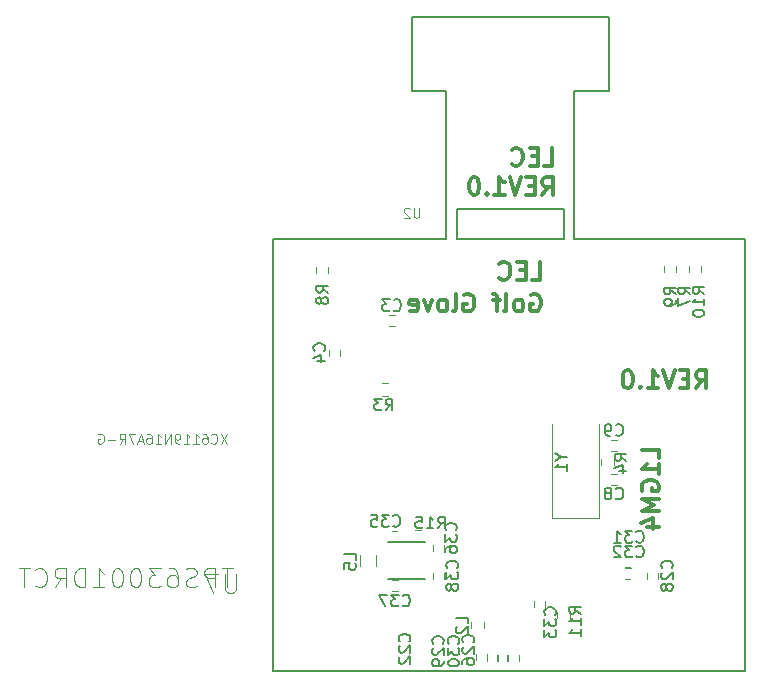
<source format=gbr>
%TF.GenerationSoftware,KiCad,Pcbnew,4.0.7*%
%TF.CreationDate,2019-02-19T19:06:54-06:00*%
%TF.ProjectId,GolfGloveMainBoardV1.0.0,476F6C66476C6F76654D61696E426F61,rev?*%
%TF.FileFunction,Legend,Bot*%
%FSLAX46Y46*%
G04 Gerber Fmt 4.6, Leading zero omitted, Abs format (unit mm)*
G04 Created by KiCad (PCBNEW 4.0.7) date 02/19/19 19:06:54*
%MOMM*%
%LPD*%
G01*
G04 APERTURE LIST*
%ADD10C,0.100000*%
%ADD11C,0.300000*%
%ADD12C,0.150000*%
%ADD13C,0.120000*%
%ADD14C,0.152400*%
%ADD15C,0.050000*%
G04 APERTURE END LIST*
D10*
D11*
X135278571Y-144228572D02*
X135278571Y-143514286D01*
X133778571Y-143514286D01*
X135278571Y-145514286D02*
X135278571Y-144657143D01*
X135278571Y-145085715D02*
X133778571Y-145085715D01*
X133992857Y-144942858D01*
X134135714Y-144800000D01*
X134207143Y-144657143D01*
X133850000Y-146942857D02*
X133778571Y-146800000D01*
X133778571Y-146585714D01*
X133850000Y-146371429D01*
X133992857Y-146228571D01*
X134135714Y-146157143D01*
X134421429Y-146085714D01*
X134635714Y-146085714D01*
X134921429Y-146157143D01*
X135064286Y-146228571D01*
X135207143Y-146371429D01*
X135278571Y-146585714D01*
X135278571Y-146728571D01*
X135207143Y-146942857D01*
X135135714Y-147014286D01*
X134635714Y-147014286D01*
X134635714Y-146728571D01*
X135278571Y-147657143D02*
X133778571Y-147657143D01*
X134850000Y-148157143D01*
X133778571Y-148657143D01*
X135278571Y-148657143D01*
X134278571Y-150014286D02*
X135278571Y-150014286D01*
X133707143Y-149657143D02*
X134778571Y-149300000D01*
X134778571Y-150228572D01*
X125392856Y-121928571D02*
X125892856Y-121214286D01*
X126249999Y-121928571D02*
X126249999Y-120428571D01*
X125678571Y-120428571D01*
X125535713Y-120500000D01*
X125464285Y-120571429D01*
X125392856Y-120714286D01*
X125392856Y-120928571D01*
X125464285Y-121071429D01*
X125535713Y-121142857D01*
X125678571Y-121214286D01*
X126249999Y-121214286D01*
X124749999Y-121142857D02*
X124249999Y-121142857D01*
X124035713Y-121928571D02*
X124749999Y-121928571D01*
X124749999Y-120428571D01*
X124035713Y-120428571D01*
X123607142Y-120428571D02*
X123107142Y-121928571D01*
X122607142Y-120428571D01*
X121321428Y-121928571D02*
X122178571Y-121928571D01*
X121749999Y-121928571D02*
X121749999Y-120428571D01*
X121892856Y-120642857D01*
X122035714Y-120785714D01*
X122178571Y-120857143D01*
X120678571Y-121785714D02*
X120607143Y-121857143D01*
X120678571Y-121928571D01*
X120750000Y-121857143D01*
X120678571Y-121785714D01*
X120678571Y-121928571D01*
X119678571Y-120428571D02*
X119535714Y-120428571D01*
X119392857Y-120500000D01*
X119321428Y-120571429D01*
X119249999Y-120714286D01*
X119178571Y-121000000D01*
X119178571Y-121357143D01*
X119249999Y-121642857D01*
X119321428Y-121785714D01*
X119392857Y-121857143D01*
X119535714Y-121928571D01*
X119678571Y-121928571D01*
X119821428Y-121857143D01*
X119892857Y-121785714D01*
X119964285Y-121642857D01*
X120035714Y-121357143D01*
X120035714Y-121000000D01*
X119964285Y-120714286D01*
X119892857Y-120571429D01*
X119821428Y-120500000D01*
X119678571Y-120428571D01*
X138392856Y-138278571D02*
X138892856Y-137564286D01*
X139249999Y-138278571D02*
X139249999Y-136778571D01*
X138678571Y-136778571D01*
X138535713Y-136850000D01*
X138464285Y-136921429D01*
X138392856Y-137064286D01*
X138392856Y-137278571D01*
X138464285Y-137421429D01*
X138535713Y-137492857D01*
X138678571Y-137564286D01*
X139249999Y-137564286D01*
X137749999Y-137492857D02*
X137249999Y-137492857D01*
X137035713Y-138278571D02*
X137749999Y-138278571D01*
X137749999Y-136778571D01*
X137035713Y-136778571D01*
X136607142Y-136778571D02*
X136107142Y-138278571D01*
X135607142Y-136778571D01*
X134321428Y-138278571D02*
X135178571Y-138278571D01*
X134749999Y-138278571D02*
X134749999Y-136778571D01*
X134892856Y-136992857D01*
X135035714Y-137135714D01*
X135178571Y-137207143D01*
X133678571Y-138135714D02*
X133607143Y-138207143D01*
X133678571Y-138278571D01*
X133750000Y-138207143D01*
X133678571Y-138135714D01*
X133678571Y-138278571D01*
X132678571Y-136778571D02*
X132535714Y-136778571D01*
X132392857Y-136850000D01*
X132321428Y-136921429D01*
X132249999Y-137064286D01*
X132178571Y-137350000D01*
X132178571Y-137707143D01*
X132249999Y-137992857D01*
X132321428Y-138135714D01*
X132392857Y-138207143D01*
X132535714Y-138278571D01*
X132678571Y-138278571D01*
X132821428Y-138207143D01*
X132892857Y-138135714D01*
X132964285Y-137992857D01*
X133035714Y-137707143D01*
X133035714Y-137350000D01*
X132964285Y-137064286D01*
X132892857Y-136921429D01*
X132821428Y-136850000D01*
X132678571Y-136778571D01*
X124414285Y-130350000D02*
X124557142Y-130278571D01*
X124771428Y-130278571D01*
X124985713Y-130350000D01*
X125128571Y-130492857D01*
X125199999Y-130635714D01*
X125271428Y-130921429D01*
X125271428Y-131135714D01*
X125199999Y-131421429D01*
X125128571Y-131564286D01*
X124985713Y-131707143D01*
X124771428Y-131778571D01*
X124628571Y-131778571D01*
X124414285Y-131707143D01*
X124342856Y-131635714D01*
X124342856Y-131135714D01*
X124628571Y-131135714D01*
X123485713Y-131778571D02*
X123628571Y-131707143D01*
X123699999Y-131635714D01*
X123771428Y-131492857D01*
X123771428Y-131064286D01*
X123699999Y-130921429D01*
X123628571Y-130850000D01*
X123485713Y-130778571D01*
X123271428Y-130778571D01*
X123128571Y-130850000D01*
X123057142Y-130921429D01*
X122985713Y-131064286D01*
X122985713Y-131492857D01*
X123057142Y-131635714D01*
X123128571Y-131707143D01*
X123271428Y-131778571D01*
X123485713Y-131778571D01*
X122128570Y-131778571D02*
X122271428Y-131707143D01*
X122342856Y-131564286D01*
X122342856Y-130278571D01*
X121771428Y-130778571D02*
X121199999Y-130778571D01*
X121557142Y-131778571D02*
X121557142Y-130492857D01*
X121485714Y-130350000D01*
X121342856Y-130278571D01*
X121199999Y-130278571D01*
X118771428Y-130350000D02*
X118914285Y-130278571D01*
X119128571Y-130278571D01*
X119342856Y-130350000D01*
X119485714Y-130492857D01*
X119557142Y-130635714D01*
X119628571Y-130921429D01*
X119628571Y-131135714D01*
X119557142Y-131421429D01*
X119485714Y-131564286D01*
X119342856Y-131707143D01*
X119128571Y-131778571D01*
X118985714Y-131778571D01*
X118771428Y-131707143D01*
X118699999Y-131635714D01*
X118699999Y-131135714D01*
X118985714Y-131135714D01*
X117842856Y-131778571D02*
X117985714Y-131707143D01*
X118057142Y-131564286D01*
X118057142Y-130278571D01*
X117057142Y-131778571D02*
X117200000Y-131707143D01*
X117271428Y-131635714D01*
X117342857Y-131492857D01*
X117342857Y-131064286D01*
X117271428Y-130921429D01*
X117200000Y-130850000D01*
X117057142Y-130778571D01*
X116842857Y-130778571D01*
X116700000Y-130850000D01*
X116628571Y-130921429D01*
X116557142Y-131064286D01*
X116557142Y-131492857D01*
X116628571Y-131635714D01*
X116700000Y-131707143D01*
X116842857Y-131778571D01*
X117057142Y-131778571D01*
X116057142Y-130778571D02*
X115699999Y-131778571D01*
X115342857Y-130778571D01*
X114200000Y-131707143D02*
X114342857Y-131778571D01*
X114628571Y-131778571D01*
X114771428Y-131707143D01*
X114842857Y-131564286D01*
X114842857Y-130992857D01*
X114771428Y-130850000D01*
X114628571Y-130778571D01*
X114342857Y-130778571D01*
X114200000Y-130850000D01*
X114128571Y-130992857D01*
X114128571Y-131135714D01*
X114842857Y-131278571D01*
X125514285Y-119428571D02*
X126228571Y-119428571D01*
X126228571Y-117928571D01*
X125014285Y-118642857D02*
X124514285Y-118642857D01*
X124299999Y-119428571D02*
X125014285Y-119428571D01*
X125014285Y-117928571D01*
X124299999Y-117928571D01*
X122799999Y-119285714D02*
X122871428Y-119357143D01*
X123085714Y-119428571D01*
X123228571Y-119428571D01*
X123442856Y-119357143D01*
X123585714Y-119214286D01*
X123657142Y-119071429D01*
X123728571Y-118785714D01*
X123728571Y-118571429D01*
X123657142Y-118285714D01*
X123585714Y-118142857D01*
X123442856Y-118000000D01*
X123228571Y-117928571D01*
X123085714Y-117928571D01*
X122871428Y-118000000D01*
X122799999Y-118071429D01*
X124464285Y-129078571D02*
X125178571Y-129078571D01*
X125178571Y-127578571D01*
X123964285Y-128292857D02*
X123464285Y-128292857D01*
X123249999Y-129078571D02*
X123964285Y-129078571D01*
X123964285Y-127578571D01*
X123249999Y-127578571D01*
X121749999Y-128935714D02*
X121821428Y-129007143D01*
X122035714Y-129078571D01*
X122178571Y-129078571D01*
X122392856Y-129007143D01*
X122535714Y-128864286D01*
X122607142Y-128721429D01*
X122678571Y-128435714D01*
X122678571Y-128221429D01*
X122607142Y-127935714D01*
X122535714Y-127792857D01*
X122392856Y-127650000D01*
X122178571Y-127578571D01*
X122035714Y-127578571D01*
X121821428Y-127650000D01*
X121749999Y-127721429D01*
D12*
X118120000Y-123130000D02*
X118120000Y-125640000D01*
X127220000Y-123130000D02*
X118120000Y-123130000D01*
X127220000Y-125640000D02*
X127220000Y-123130000D01*
X118130000Y-125640000D02*
X127220000Y-125640000D01*
X102580000Y-162200000D02*
X102570000Y-162200000D01*
X102580000Y-125640000D02*
X102580000Y-162200000D01*
X117250000Y-125640000D02*
X102580000Y-125640000D01*
X117250000Y-113080000D02*
X117250000Y-125640000D01*
X114340000Y-113080000D02*
X117250000Y-113080000D01*
X114340000Y-106880000D02*
X114340000Y-113080000D01*
X130990000Y-106880000D02*
X114340000Y-106880000D01*
X130990000Y-113080000D02*
X130990000Y-106880000D01*
X128090000Y-113080000D02*
X130990000Y-113080000D01*
X128090000Y-125650000D02*
X128090000Y-113080000D01*
X142570000Y-125650000D02*
X128090000Y-125650000D01*
X142570000Y-162200000D02*
X142570000Y-125650000D01*
X102580000Y-162200000D02*
X142570000Y-162200000D01*
D13*
X112380000Y-132100000D02*
X112880000Y-132100000D01*
X112880000Y-133040000D02*
X112380000Y-133040000D01*
X107350000Y-135520000D02*
X107350000Y-135020000D01*
X108290000Y-135020000D02*
X108290000Y-135520000D01*
X131690000Y-146450000D02*
X131190000Y-146450000D01*
X131190000Y-145510000D02*
X131690000Y-145510000D01*
X131190000Y-142660000D02*
X131690000Y-142660000D01*
X131690000Y-143600000D02*
X131190000Y-143600000D01*
X119730000Y-161325000D02*
X119730000Y-160825000D01*
X120670000Y-160825000D02*
X120670000Y-161325000D01*
X123370000Y-160850000D02*
X123370000Y-161350000D01*
X122430000Y-161350000D02*
X122430000Y-160850000D01*
X135195000Y-153900000D02*
X135195000Y-154400000D01*
X134255000Y-154400000D02*
X134255000Y-153900000D01*
X121640000Y-160840000D02*
X121640000Y-161340000D01*
X120700000Y-161340000D02*
X120700000Y-160840000D01*
X122500000Y-160850000D02*
X122500000Y-161350000D01*
X121560000Y-161350000D02*
X121560000Y-160850000D01*
X132360000Y-152530000D02*
X132860000Y-152530000D01*
X132860000Y-153470000D02*
X132360000Y-153470000D01*
X132340000Y-153460000D02*
X132840000Y-153460000D01*
X132840000Y-154400000D02*
X132340000Y-154400000D01*
X125595000Y-156325000D02*
X125595000Y-156825000D01*
X124655000Y-156825000D02*
X124655000Y-156325000D01*
X113115000Y-151290000D02*
X112615000Y-151290000D01*
X112615000Y-150350000D02*
X113115000Y-150350000D01*
X116095000Y-152070000D02*
X116095000Y-151570000D01*
X117035000Y-151570000D02*
X117035000Y-152070000D01*
X113190000Y-155490000D02*
X112690000Y-155490000D01*
X112690000Y-154550000D02*
X113190000Y-154550000D01*
X117035000Y-153895000D02*
X117035000Y-154395000D01*
X116095000Y-154395000D02*
X116095000Y-153895000D01*
X120405000Y-158075000D02*
X120405000Y-158575000D01*
X119345000Y-158575000D02*
X119345000Y-158075000D01*
X111320000Y-153370000D02*
X111320000Y-152370000D01*
X109960000Y-152370000D02*
X109960000Y-153370000D01*
X111790000Y-137840000D02*
X112290000Y-137840000D01*
X112290000Y-138900000D02*
X111790000Y-138900000D01*
X131420000Y-144280000D02*
X131420000Y-144780000D01*
X130360000Y-144780000D02*
X130360000Y-144280000D01*
X137780000Y-127910000D02*
X137780000Y-128410000D01*
X136720000Y-128410000D02*
X136720000Y-127910000D01*
X107240000Y-128030000D02*
X107240000Y-128530000D01*
X106180000Y-128530000D02*
X106180000Y-128030000D01*
X136720000Y-127910000D02*
X136720000Y-128410000D01*
X135660000Y-128410000D02*
X135660000Y-127910000D01*
X138830000Y-127910000D02*
X138830000Y-128410000D01*
X137770000Y-128410000D02*
X137770000Y-127910000D01*
X126645000Y-157700000D02*
X126645000Y-157200000D01*
X127705000Y-157200000D02*
X127705000Y-157700000D01*
X115090000Y-151325000D02*
X114590000Y-151325000D01*
X114590000Y-150265000D02*
X115090000Y-150265000D01*
D14*
X112290200Y-151295200D02*
X115439800Y-151295200D01*
X115439800Y-154444800D02*
X112290200Y-154444800D01*
D13*
X130140000Y-141330000D02*
X130140000Y-149305000D01*
X130140000Y-149305000D02*
X126240000Y-149305000D01*
X126240000Y-149305000D02*
X126240000Y-141330000D01*
D12*
X112796666Y-131657143D02*
X112844285Y-131704762D01*
X112987142Y-131752381D01*
X113082380Y-131752381D01*
X113225238Y-131704762D01*
X113320476Y-131609524D01*
X113368095Y-131514286D01*
X113415714Y-131323810D01*
X113415714Y-131180952D01*
X113368095Y-130990476D01*
X113320476Y-130895238D01*
X113225238Y-130800000D01*
X113082380Y-130752381D01*
X112987142Y-130752381D01*
X112844285Y-130800000D01*
X112796666Y-130847619D01*
X112463333Y-130752381D02*
X111844285Y-130752381D01*
X112177619Y-131133333D01*
X112034761Y-131133333D01*
X111939523Y-131180952D01*
X111891904Y-131228571D01*
X111844285Y-131323810D01*
X111844285Y-131561905D01*
X111891904Y-131657143D01*
X111939523Y-131704762D01*
X112034761Y-131752381D01*
X112320476Y-131752381D01*
X112415714Y-131704762D01*
X112463333Y-131657143D01*
X106907143Y-135103334D02*
X106954762Y-135055715D01*
X107002381Y-134912858D01*
X107002381Y-134817620D01*
X106954762Y-134674762D01*
X106859524Y-134579524D01*
X106764286Y-134531905D01*
X106573810Y-134484286D01*
X106430952Y-134484286D01*
X106240476Y-134531905D01*
X106145238Y-134579524D01*
X106050000Y-134674762D01*
X106002381Y-134817620D01*
X106002381Y-134912858D01*
X106050000Y-135055715D01*
X106097619Y-135103334D01*
X106335714Y-135960477D02*
X107002381Y-135960477D01*
X105954762Y-135722381D02*
X106669048Y-135484286D01*
X106669048Y-136103334D01*
X131606666Y-147607143D02*
X131654285Y-147654762D01*
X131797142Y-147702381D01*
X131892380Y-147702381D01*
X132035238Y-147654762D01*
X132130476Y-147559524D01*
X132178095Y-147464286D01*
X132225714Y-147273810D01*
X132225714Y-147130952D01*
X132178095Y-146940476D01*
X132130476Y-146845238D01*
X132035238Y-146750000D01*
X131892380Y-146702381D01*
X131797142Y-146702381D01*
X131654285Y-146750000D01*
X131606666Y-146797619D01*
X131035238Y-147130952D02*
X131130476Y-147083333D01*
X131178095Y-147035714D01*
X131225714Y-146940476D01*
X131225714Y-146892857D01*
X131178095Y-146797619D01*
X131130476Y-146750000D01*
X131035238Y-146702381D01*
X130844761Y-146702381D01*
X130749523Y-146750000D01*
X130701904Y-146797619D01*
X130654285Y-146892857D01*
X130654285Y-146940476D01*
X130701904Y-147035714D01*
X130749523Y-147083333D01*
X130844761Y-147130952D01*
X131035238Y-147130952D01*
X131130476Y-147178571D01*
X131178095Y-147226190D01*
X131225714Y-147321429D01*
X131225714Y-147511905D01*
X131178095Y-147607143D01*
X131130476Y-147654762D01*
X131035238Y-147702381D01*
X130844761Y-147702381D01*
X130749523Y-147654762D01*
X130701904Y-147607143D01*
X130654285Y-147511905D01*
X130654285Y-147321429D01*
X130701904Y-147226190D01*
X130749523Y-147178571D01*
X130844761Y-147130952D01*
X131606666Y-142217143D02*
X131654285Y-142264762D01*
X131797142Y-142312381D01*
X131892380Y-142312381D01*
X132035238Y-142264762D01*
X132130476Y-142169524D01*
X132178095Y-142074286D01*
X132225714Y-141883810D01*
X132225714Y-141740952D01*
X132178095Y-141550476D01*
X132130476Y-141455238D01*
X132035238Y-141360000D01*
X131892380Y-141312381D01*
X131797142Y-141312381D01*
X131654285Y-141360000D01*
X131606666Y-141407619D01*
X131130476Y-142312381D02*
X130940000Y-142312381D01*
X130844761Y-142264762D01*
X130797142Y-142217143D01*
X130701904Y-142074286D01*
X130654285Y-141883810D01*
X130654285Y-141502857D01*
X130701904Y-141407619D01*
X130749523Y-141360000D01*
X130844761Y-141312381D01*
X131035238Y-141312381D01*
X131130476Y-141360000D01*
X131178095Y-141407619D01*
X131225714Y-141502857D01*
X131225714Y-141740952D01*
X131178095Y-141836190D01*
X131130476Y-141883810D01*
X131035238Y-141931429D01*
X130844761Y-141931429D01*
X130749523Y-141883810D01*
X130701904Y-141836190D01*
X130654285Y-141740952D01*
X114107143Y-159707143D02*
X114154762Y-159659524D01*
X114202381Y-159516667D01*
X114202381Y-159421429D01*
X114154762Y-159278571D01*
X114059524Y-159183333D01*
X113964286Y-159135714D01*
X113773810Y-159088095D01*
X113630952Y-159088095D01*
X113440476Y-159135714D01*
X113345238Y-159183333D01*
X113250000Y-159278571D01*
X113202381Y-159421429D01*
X113202381Y-159516667D01*
X113250000Y-159659524D01*
X113297619Y-159707143D01*
X113297619Y-160088095D02*
X113250000Y-160135714D01*
X113202381Y-160230952D01*
X113202381Y-160469048D01*
X113250000Y-160564286D01*
X113297619Y-160611905D01*
X113392857Y-160659524D01*
X113488095Y-160659524D01*
X113630952Y-160611905D01*
X114202381Y-160040476D01*
X114202381Y-160659524D01*
X113297619Y-161040476D02*
X113250000Y-161088095D01*
X113202381Y-161183333D01*
X113202381Y-161421429D01*
X113250000Y-161516667D01*
X113297619Y-161564286D01*
X113392857Y-161611905D01*
X113488095Y-161611905D01*
X113630952Y-161564286D01*
X114202381Y-160992857D01*
X114202381Y-161611905D01*
X119507143Y-159807143D02*
X119554762Y-159759524D01*
X119602381Y-159616667D01*
X119602381Y-159521429D01*
X119554762Y-159378571D01*
X119459524Y-159283333D01*
X119364286Y-159235714D01*
X119173810Y-159188095D01*
X119030952Y-159188095D01*
X118840476Y-159235714D01*
X118745238Y-159283333D01*
X118650000Y-159378571D01*
X118602381Y-159521429D01*
X118602381Y-159616667D01*
X118650000Y-159759524D01*
X118697619Y-159807143D01*
X118697619Y-160188095D02*
X118650000Y-160235714D01*
X118602381Y-160330952D01*
X118602381Y-160569048D01*
X118650000Y-160664286D01*
X118697619Y-160711905D01*
X118792857Y-160759524D01*
X118888095Y-160759524D01*
X119030952Y-160711905D01*
X119602381Y-160140476D01*
X119602381Y-160759524D01*
X118602381Y-161616667D02*
X118602381Y-161426190D01*
X118650000Y-161330952D01*
X118697619Y-161283333D01*
X118840476Y-161188095D01*
X119030952Y-161140476D01*
X119411905Y-161140476D01*
X119507143Y-161188095D01*
X119554762Y-161235714D01*
X119602381Y-161330952D01*
X119602381Y-161521429D01*
X119554762Y-161616667D01*
X119507143Y-161664286D01*
X119411905Y-161711905D01*
X119173810Y-161711905D01*
X119078571Y-161664286D01*
X119030952Y-161616667D01*
X118983333Y-161521429D01*
X118983333Y-161330952D01*
X119030952Y-161235714D01*
X119078571Y-161188095D01*
X119173810Y-161140476D01*
X136352143Y-153507143D02*
X136399762Y-153459524D01*
X136447381Y-153316667D01*
X136447381Y-153221429D01*
X136399762Y-153078571D01*
X136304524Y-152983333D01*
X136209286Y-152935714D01*
X136018810Y-152888095D01*
X135875952Y-152888095D01*
X135685476Y-152935714D01*
X135590238Y-152983333D01*
X135495000Y-153078571D01*
X135447381Y-153221429D01*
X135447381Y-153316667D01*
X135495000Y-153459524D01*
X135542619Y-153507143D01*
X135542619Y-153888095D02*
X135495000Y-153935714D01*
X135447381Y-154030952D01*
X135447381Y-154269048D01*
X135495000Y-154364286D01*
X135542619Y-154411905D01*
X135637857Y-154459524D01*
X135733095Y-154459524D01*
X135875952Y-154411905D01*
X136447381Y-153840476D01*
X136447381Y-154459524D01*
X135875952Y-155030952D02*
X135828333Y-154935714D01*
X135780714Y-154888095D01*
X135685476Y-154840476D01*
X135637857Y-154840476D01*
X135542619Y-154888095D01*
X135495000Y-154935714D01*
X135447381Y-155030952D01*
X135447381Y-155221429D01*
X135495000Y-155316667D01*
X135542619Y-155364286D01*
X135637857Y-155411905D01*
X135685476Y-155411905D01*
X135780714Y-155364286D01*
X135828333Y-155316667D01*
X135875952Y-155221429D01*
X135875952Y-155030952D01*
X135923571Y-154935714D01*
X135971190Y-154888095D01*
X136066429Y-154840476D01*
X136256905Y-154840476D01*
X136352143Y-154888095D01*
X136399762Y-154935714D01*
X136447381Y-155030952D01*
X136447381Y-155221429D01*
X136399762Y-155316667D01*
X136352143Y-155364286D01*
X136256905Y-155411905D01*
X136066429Y-155411905D01*
X135971190Y-155364286D01*
X135923571Y-155316667D01*
X135875952Y-155221429D01*
X116957143Y-159907143D02*
X117004762Y-159859524D01*
X117052381Y-159716667D01*
X117052381Y-159621429D01*
X117004762Y-159478571D01*
X116909524Y-159383333D01*
X116814286Y-159335714D01*
X116623810Y-159288095D01*
X116480952Y-159288095D01*
X116290476Y-159335714D01*
X116195238Y-159383333D01*
X116100000Y-159478571D01*
X116052381Y-159621429D01*
X116052381Y-159716667D01*
X116100000Y-159859524D01*
X116147619Y-159907143D01*
X116147619Y-160288095D02*
X116100000Y-160335714D01*
X116052381Y-160430952D01*
X116052381Y-160669048D01*
X116100000Y-160764286D01*
X116147619Y-160811905D01*
X116242857Y-160859524D01*
X116338095Y-160859524D01*
X116480952Y-160811905D01*
X117052381Y-160240476D01*
X117052381Y-160859524D01*
X117052381Y-161335714D02*
X117052381Y-161526190D01*
X117004762Y-161621429D01*
X116957143Y-161669048D01*
X116814286Y-161764286D01*
X116623810Y-161811905D01*
X116242857Y-161811905D01*
X116147619Y-161764286D01*
X116100000Y-161716667D01*
X116052381Y-161621429D01*
X116052381Y-161430952D01*
X116100000Y-161335714D01*
X116147619Y-161288095D01*
X116242857Y-161240476D01*
X116480952Y-161240476D01*
X116576190Y-161288095D01*
X116623810Y-161335714D01*
X116671429Y-161430952D01*
X116671429Y-161621429D01*
X116623810Y-161716667D01*
X116576190Y-161764286D01*
X116480952Y-161811905D01*
X118257143Y-159907143D02*
X118304762Y-159859524D01*
X118352381Y-159716667D01*
X118352381Y-159621429D01*
X118304762Y-159478571D01*
X118209524Y-159383333D01*
X118114286Y-159335714D01*
X117923810Y-159288095D01*
X117780952Y-159288095D01*
X117590476Y-159335714D01*
X117495238Y-159383333D01*
X117400000Y-159478571D01*
X117352381Y-159621429D01*
X117352381Y-159716667D01*
X117400000Y-159859524D01*
X117447619Y-159907143D01*
X117352381Y-160240476D02*
X117352381Y-160859524D01*
X117733333Y-160526190D01*
X117733333Y-160669048D01*
X117780952Y-160764286D01*
X117828571Y-160811905D01*
X117923810Y-160859524D01*
X118161905Y-160859524D01*
X118257143Y-160811905D01*
X118304762Y-160764286D01*
X118352381Y-160669048D01*
X118352381Y-160383333D01*
X118304762Y-160288095D01*
X118257143Y-160240476D01*
X117352381Y-161478571D02*
X117352381Y-161573810D01*
X117400000Y-161669048D01*
X117447619Y-161716667D01*
X117542857Y-161764286D01*
X117733333Y-161811905D01*
X117971429Y-161811905D01*
X118161905Y-161764286D01*
X118257143Y-161716667D01*
X118304762Y-161669048D01*
X118352381Y-161573810D01*
X118352381Y-161478571D01*
X118304762Y-161383333D01*
X118257143Y-161335714D01*
X118161905Y-161288095D01*
X117971429Y-161240476D01*
X117733333Y-161240476D01*
X117542857Y-161288095D01*
X117447619Y-161335714D01*
X117400000Y-161383333D01*
X117352381Y-161478571D01*
X133342857Y-151257143D02*
X133390476Y-151304762D01*
X133533333Y-151352381D01*
X133628571Y-151352381D01*
X133771429Y-151304762D01*
X133866667Y-151209524D01*
X133914286Y-151114286D01*
X133961905Y-150923810D01*
X133961905Y-150780952D01*
X133914286Y-150590476D01*
X133866667Y-150495238D01*
X133771429Y-150400000D01*
X133628571Y-150352381D01*
X133533333Y-150352381D01*
X133390476Y-150400000D01*
X133342857Y-150447619D01*
X133009524Y-150352381D02*
X132390476Y-150352381D01*
X132723810Y-150733333D01*
X132580952Y-150733333D01*
X132485714Y-150780952D01*
X132438095Y-150828571D01*
X132390476Y-150923810D01*
X132390476Y-151161905D01*
X132438095Y-151257143D01*
X132485714Y-151304762D01*
X132580952Y-151352381D01*
X132866667Y-151352381D01*
X132961905Y-151304762D01*
X133009524Y-151257143D01*
X131438095Y-151352381D02*
X132009524Y-151352381D01*
X131723810Y-151352381D02*
X131723810Y-150352381D01*
X131819048Y-150495238D01*
X131914286Y-150590476D01*
X132009524Y-150638095D01*
X133342857Y-152507143D02*
X133390476Y-152554762D01*
X133533333Y-152602381D01*
X133628571Y-152602381D01*
X133771429Y-152554762D01*
X133866667Y-152459524D01*
X133914286Y-152364286D01*
X133961905Y-152173810D01*
X133961905Y-152030952D01*
X133914286Y-151840476D01*
X133866667Y-151745238D01*
X133771429Y-151650000D01*
X133628571Y-151602381D01*
X133533333Y-151602381D01*
X133390476Y-151650000D01*
X133342857Y-151697619D01*
X133009524Y-151602381D02*
X132390476Y-151602381D01*
X132723810Y-151983333D01*
X132580952Y-151983333D01*
X132485714Y-152030952D01*
X132438095Y-152078571D01*
X132390476Y-152173810D01*
X132390476Y-152411905D01*
X132438095Y-152507143D01*
X132485714Y-152554762D01*
X132580952Y-152602381D01*
X132866667Y-152602381D01*
X132961905Y-152554762D01*
X133009524Y-152507143D01*
X132009524Y-151697619D02*
X131961905Y-151650000D01*
X131866667Y-151602381D01*
X131628571Y-151602381D01*
X131533333Y-151650000D01*
X131485714Y-151697619D01*
X131438095Y-151792857D01*
X131438095Y-151888095D01*
X131485714Y-152030952D01*
X132057143Y-152602381D01*
X131438095Y-152602381D01*
X126457143Y-157457143D02*
X126504762Y-157409524D01*
X126552381Y-157266667D01*
X126552381Y-157171429D01*
X126504762Y-157028571D01*
X126409524Y-156933333D01*
X126314286Y-156885714D01*
X126123810Y-156838095D01*
X125980952Y-156838095D01*
X125790476Y-156885714D01*
X125695238Y-156933333D01*
X125600000Y-157028571D01*
X125552381Y-157171429D01*
X125552381Y-157266667D01*
X125600000Y-157409524D01*
X125647619Y-157457143D01*
X125552381Y-157790476D02*
X125552381Y-158409524D01*
X125933333Y-158076190D01*
X125933333Y-158219048D01*
X125980952Y-158314286D01*
X126028571Y-158361905D01*
X126123810Y-158409524D01*
X126361905Y-158409524D01*
X126457143Y-158361905D01*
X126504762Y-158314286D01*
X126552381Y-158219048D01*
X126552381Y-157933333D01*
X126504762Y-157838095D01*
X126457143Y-157790476D01*
X125552381Y-158742857D02*
X125552381Y-159361905D01*
X125933333Y-159028571D01*
X125933333Y-159171429D01*
X125980952Y-159266667D01*
X126028571Y-159314286D01*
X126123810Y-159361905D01*
X126361905Y-159361905D01*
X126457143Y-159314286D01*
X126504762Y-159266667D01*
X126552381Y-159171429D01*
X126552381Y-158885714D01*
X126504762Y-158790476D01*
X126457143Y-158742857D01*
X112742857Y-149907143D02*
X112790476Y-149954762D01*
X112933333Y-150002381D01*
X113028571Y-150002381D01*
X113171429Y-149954762D01*
X113266667Y-149859524D01*
X113314286Y-149764286D01*
X113361905Y-149573810D01*
X113361905Y-149430952D01*
X113314286Y-149240476D01*
X113266667Y-149145238D01*
X113171429Y-149050000D01*
X113028571Y-149002381D01*
X112933333Y-149002381D01*
X112790476Y-149050000D01*
X112742857Y-149097619D01*
X112409524Y-149002381D02*
X111790476Y-149002381D01*
X112123810Y-149383333D01*
X111980952Y-149383333D01*
X111885714Y-149430952D01*
X111838095Y-149478571D01*
X111790476Y-149573810D01*
X111790476Y-149811905D01*
X111838095Y-149907143D01*
X111885714Y-149954762D01*
X111980952Y-150002381D01*
X112266667Y-150002381D01*
X112361905Y-149954762D01*
X112409524Y-149907143D01*
X110885714Y-149002381D02*
X111361905Y-149002381D01*
X111409524Y-149478571D01*
X111361905Y-149430952D01*
X111266667Y-149383333D01*
X111028571Y-149383333D01*
X110933333Y-149430952D01*
X110885714Y-149478571D01*
X110838095Y-149573810D01*
X110838095Y-149811905D01*
X110885714Y-149907143D01*
X110933333Y-149954762D01*
X111028571Y-150002381D01*
X111266667Y-150002381D01*
X111361905Y-149954762D01*
X111409524Y-149907143D01*
X118057143Y-150307143D02*
X118104762Y-150259524D01*
X118152381Y-150116667D01*
X118152381Y-150021429D01*
X118104762Y-149878571D01*
X118009524Y-149783333D01*
X117914286Y-149735714D01*
X117723810Y-149688095D01*
X117580952Y-149688095D01*
X117390476Y-149735714D01*
X117295238Y-149783333D01*
X117200000Y-149878571D01*
X117152381Y-150021429D01*
X117152381Y-150116667D01*
X117200000Y-150259524D01*
X117247619Y-150307143D01*
X117152381Y-150640476D02*
X117152381Y-151259524D01*
X117533333Y-150926190D01*
X117533333Y-151069048D01*
X117580952Y-151164286D01*
X117628571Y-151211905D01*
X117723810Y-151259524D01*
X117961905Y-151259524D01*
X118057143Y-151211905D01*
X118104762Y-151164286D01*
X118152381Y-151069048D01*
X118152381Y-150783333D01*
X118104762Y-150688095D01*
X118057143Y-150640476D01*
X117152381Y-152116667D02*
X117152381Y-151926190D01*
X117200000Y-151830952D01*
X117247619Y-151783333D01*
X117390476Y-151688095D01*
X117580952Y-151640476D01*
X117961905Y-151640476D01*
X118057143Y-151688095D01*
X118104762Y-151735714D01*
X118152381Y-151830952D01*
X118152381Y-152021429D01*
X118104762Y-152116667D01*
X118057143Y-152164286D01*
X117961905Y-152211905D01*
X117723810Y-152211905D01*
X117628571Y-152164286D01*
X117580952Y-152116667D01*
X117533333Y-152021429D01*
X117533333Y-151830952D01*
X117580952Y-151735714D01*
X117628571Y-151688095D01*
X117723810Y-151640476D01*
X113542857Y-156657143D02*
X113590476Y-156704762D01*
X113733333Y-156752381D01*
X113828571Y-156752381D01*
X113971429Y-156704762D01*
X114066667Y-156609524D01*
X114114286Y-156514286D01*
X114161905Y-156323810D01*
X114161905Y-156180952D01*
X114114286Y-155990476D01*
X114066667Y-155895238D01*
X113971429Y-155800000D01*
X113828571Y-155752381D01*
X113733333Y-155752381D01*
X113590476Y-155800000D01*
X113542857Y-155847619D01*
X113209524Y-155752381D02*
X112590476Y-155752381D01*
X112923810Y-156133333D01*
X112780952Y-156133333D01*
X112685714Y-156180952D01*
X112638095Y-156228571D01*
X112590476Y-156323810D01*
X112590476Y-156561905D01*
X112638095Y-156657143D01*
X112685714Y-156704762D01*
X112780952Y-156752381D01*
X113066667Y-156752381D01*
X113161905Y-156704762D01*
X113209524Y-156657143D01*
X112257143Y-155752381D02*
X111590476Y-155752381D01*
X112019048Y-156752381D01*
X118157143Y-153507143D02*
X118204762Y-153459524D01*
X118252381Y-153316667D01*
X118252381Y-153221429D01*
X118204762Y-153078571D01*
X118109524Y-152983333D01*
X118014286Y-152935714D01*
X117823810Y-152888095D01*
X117680952Y-152888095D01*
X117490476Y-152935714D01*
X117395238Y-152983333D01*
X117300000Y-153078571D01*
X117252381Y-153221429D01*
X117252381Y-153316667D01*
X117300000Y-153459524D01*
X117347619Y-153507143D01*
X117252381Y-153840476D02*
X117252381Y-154459524D01*
X117633333Y-154126190D01*
X117633333Y-154269048D01*
X117680952Y-154364286D01*
X117728571Y-154411905D01*
X117823810Y-154459524D01*
X118061905Y-154459524D01*
X118157143Y-154411905D01*
X118204762Y-154364286D01*
X118252381Y-154269048D01*
X118252381Y-153983333D01*
X118204762Y-153888095D01*
X118157143Y-153840476D01*
X117680952Y-155030952D02*
X117633333Y-154935714D01*
X117585714Y-154888095D01*
X117490476Y-154840476D01*
X117442857Y-154840476D01*
X117347619Y-154888095D01*
X117300000Y-154935714D01*
X117252381Y-155030952D01*
X117252381Y-155221429D01*
X117300000Y-155316667D01*
X117347619Y-155364286D01*
X117442857Y-155411905D01*
X117490476Y-155411905D01*
X117585714Y-155364286D01*
X117633333Y-155316667D01*
X117680952Y-155221429D01*
X117680952Y-155030952D01*
X117728571Y-154935714D01*
X117776190Y-154888095D01*
X117871429Y-154840476D01*
X118061905Y-154840476D01*
X118157143Y-154888095D01*
X118204762Y-154935714D01*
X118252381Y-155030952D01*
X118252381Y-155221429D01*
X118204762Y-155316667D01*
X118157143Y-155364286D01*
X118061905Y-155411905D01*
X117871429Y-155411905D01*
X117776190Y-155364286D01*
X117728571Y-155316667D01*
X117680952Y-155221429D01*
X119052381Y-158183334D02*
X119052381Y-157707143D01*
X118052381Y-157707143D01*
X118147619Y-158469048D02*
X118100000Y-158516667D01*
X118052381Y-158611905D01*
X118052381Y-158850001D01*
X118100000Y-158945239D01*
X118147619Y-158992858D01*
X118242857Y-159040477D01*
X118338095Y-159040477D01*
X118480952Y-158992858D01*
X119052381Y-158421429D01*
X119052381Y-159040477D01*
X109602381Y-152783334D02*
X109602381Y-152307143D01*
X108602381Y-152307143D01*
X108602381Y-153592858D02*
X108602381Y-153116667D01*
X109078571Y-153069048D01*
X109030952Y-153116667D01*
X108983333Y-153211905D01*
X108983333Y-153450001D01*
X109030952Y-153545239D01*
X109078571Y-153592858D01*
X109173810Y-153640477D01*
X109411905Y-153640477D01*
X109507143Y-153592858D01*
X109554762Y-153545239D01*
X109602381Y-153450001D01*
X109602381Y-153211905D01*
X109554762Y-153116667D01*
X109507143Y-153069048D01*
X112116666Y-140152381D02*
X112450000Y-139676190D01*
X112688095Y-140152381D02*
X112688095Y-139152381D01*
X112307142Y-139152381D01*
X112211904Y-139200000D01*
X112164285Y-139247619D01*
X112116666Y-139342857D01*
X112116666Y-139485714D01*
X112164285Y-139580952D01*
X112211904Y-139628571D01*
X112307142Y-139676190D01*
X112688095Y-139676190D01*
X111783333Y-139152381D02*
X111164285Y-139152381D01*
X111497619Y-139533333D01*
X111354761Y-139533333D01*
X111259523Y-139580952D01*
X111211904Y-139628571D01*
X111164285Y-139723810D01*
X111164285Y-139961905D01*
X111211904Y-140057143D01*
X111259523Y-140104762D01*
X111354761Y-140152381D01*
X111640476Y-140152381D01*
X111735714Y-140104762D01*
X111783333Y-140057143D01*
X132502381Y-144433334D02*
X132026190Y-144100000D01*
X132502381Y-143861905D02*
X131502381Y-143861905D01*
X131502381Y-144242858D01*
X131550000Y-144338096D01*
X131597619Y-144385715D01*
X131692857Y-144433334D01*
X131835714Y-144433334D01*
X131930952Y-144385715D01*
X131978571Y-144338096D01*
X132026190Y-144242858D01*
X132026190Y-143861905D01*
X131835714Y-145290477D02*
X132502381Y-145290477D01*
X131454762Y-145052381D02*
X132169048Y-144814286D01*
X132169048Y-145433334D01*
X137902381Y-130333334D02*
X137426190Y-130000000D01*
X137902381Y-129761905D02*
X136902381Y-129761905D01*
X136902381Y-130142858D01*
X136950000Y-130238096D01*
X136997619Y-130285715D01*
X137092857Y-130333334D01*
X137235714Y-130333334D01*
X137330952Y-130285715D01*
X137378571Y-130238096D01*
X137426190Y-130142858D01*
X137426190Y-129761905D01*
X136902381Y-130666667D02*
X136902381Y-131333334D01*
X137902381Y-130904762D01*
X107252381Y-130183334D02*
X106776190Y-129850000D01*
X107252381Y-129611905D02*
X106252381Y-129611905D01*
X106252381Y-129992858D01*
X106300000Y-130088096D01*
X106347619Y-130135715D01*
X106442857Y-130183334D01*
X106585714Y-130183334D01*
X106680952Y-130135715D01*
X106728571Y-130088096D01*
X106776190Y-129992858D01*
X106776190Y-129611905D01*
X106680952Y-130754762D02*
X106633333Y-130659524D01*
X106585714Y-130611905D01*
X106490476Y-130564286D01*
X106442857Y-130564286D01*
X106347619Y-130611905D01*
X106300000Y-130659524D01*
X106252381Y-130754762D01*
X106252381Y-130945239D01*
X106300000Y-131040477D01*
X106347619Y-131088096D01*
X106442857Y-131135715D01*
X106490476Y-131135715D01*
X106585714Y-131088096D01*
X106633333Y-131040477D01*
X106680952Y-130945239D01*
X106680952Y-130754762D01*
X106728571Y-130659524D01*
X106776190Y-130611905D01*
X106871429Y-130564286D01*
X107061905Y-130564286D01*
X107157143Y-130611905D01*
X107204762Y-130659524D01*
X107252381Y-130754762D01*
X107252381Y-130945239D01*
X107204762Y-131040477D01*
X107157143Y-131088096D01*
X107061905Y-131135715D01*
X106871429Y-131135715D01*
X106776190Y-131088096D01*
X106728571Y-131040477D01*
X106680952Y-130945239D01*
X136702381Y-130333334D02*
X136226190Y-130000000D01*
X136702381Y-129761905D02*
X135702381Y-129761905D01*
X135702381Y-130142858D01*
X135750000Y-130238096D01*
X135797619Y-130285715D01*
X135892857Y-130333334D01*
X136035714Y-130333334D01*
X136130952Y-130285715D01*
X136178571Y-130238096D01*
X136226190Y-130142858D01*
X136226190Y-129761905D01*
X136702381Y-130809524D02*
X136702381Y-131000000D01*
X136654762Y-131095239D01*
X136607143Y-131142858D01*
X136464286Y-131238096D01*
X136273810Y-131285715D01*
X135892857Y-131285715D01*
X135797619Y-131238096D01*
X135750000Y-131190477D01*
X135702381Y-131095239D01*
X135702381Y-130904762D01*
X135750000Y-130809524D01*
X135797619Y-130761905D01*
X135892857Y-130714286D01*
X136130952Y-130714286D01*
X136226190Y-130761905D01*
X136273810Y-130809524D01*
X136321429Y-130904762D01*
X136321429Y-131095239D01*
X136273810Y-131190477D01*
X136226190Y-131238096D01*
X136130952Y-131285715D01*
X139102381Y-130307143D02*
X138626190Y-129973809D01*
X139102381Y-129735714D02*
X138102381Y-129735714D01*
X138102381Y-130116667D01*
X138150000Y-130211905D01*
X138197619Y-130259524D01*
X138292857Y-130307143D01*
X138435714Y-130307143D01*
X138530952Y-130259524D01*
X138578571Y-130211905D01*
X138626190Y-130116667D01*
X138626190Y-129735714D01*
X139102381Y-131259524D02*
X139102381Y-130688095D01*
X139102381Y-130973809D02*
X138102381Y-130973809D01*
X138245238Y-130878571D01*
X138340476Y-130783333D01*
X138388095Y-130688095D01*
X138102381Y-131878571D02*
X138102381Y-131973810D01*
X138150000Y-132069048D01*
X138197619Y-132116667D01*
X138292857Y-132164286D01*
X138483333Y-132211905D01*
X138721429Y-132211905D01*
X138911905Y-132164286D01*
X139007143Y-132116667D01*
X139054762Y-132069048D01*
X139102381Y-131973810D01*
X139102381Y-131878571D01*
X139054762Y-131783333D01*
X139007143Y-131735714D01*
X138911905Y-131688095D01*
X138721429Y-131640476D01*
X138483333Y-131640476D01*
X138292857Y-131688095D01*
X138197619Y-131735714D01*
X138150000Y-131783333D01*
X138102381Y-131878571D01*
X128652381Y-157357143D02*
X128176190Y-157023809D01*
X128652381Y-156785714D02*
X127652381Y-156785714D01*
X127652381Y-157166667D01*
X127700000Y-157261905D01*
X127747619Y-157309524D01*
X127842857Y-157357143D01*
X127985714Y-157357143D01*
X128080952Y-157309524D01*
X128128571Y-157261905D01*
X128176190Y-157166667D01*
X128176190Y-156785714D01*
X128652381Y-158309524D02*
X128652381Y-157738095D01*
X128652381Y-158023809D02*
X127652381Y-158023809D01*
X127795238Y-157928571D01*
X127890476Y-157833333D01*
X127938095Y-157738095D01*
X128652381Y-159261905D02*
X128652381Y-158690476D01*
X128652381Y-158976190D02*
X127652381Y-158976190D01*
X127795238Y-158880952D01*
X127890476Y-158785714D01*
X127938095Y-158690476D01*
X116542857Y-150152381D02*
X116876191Y-149676190D01*
X117114286Y-150152381D02*
X117114286Y-149152381D01*
X116733333Y-149152381D01*
X116638095Y-149200000D01*
X116590476Y-149247619D01*
X116542857Y-149342857D01*
X116542857Y-149485714D01*
X116590476Y-149580952D01*
X116638095Y-149628571D01*
X116733333Y-149676190D01*
X117114286Y-149676190D01*
X115590476Y-150152381D02*
X116161905Y-150152381D01*
X115876191Y-150152381D02*
X115876191Y-149152381D01*
X115971429Y-149295238D01*
X116066667Y-149390476D01*
X116161905Y-149438095D01*
X114685714Y-149152381D02*
X115161905Y-149152381D01*
X115209524Y-149628571D01*
X115161905Y-149580952D01*
X115066667Y-149533333D01*
X114828571Y-149533333D01*
X114733333Y-149580952D01*
X114685714Y-149628571D01*
X114638095Y-149723810D01*
X114638095Y-149961905D01*
X114685714Y-150057143D01*
X114733333Y-150104762D01*
X114828571Y-150152381D01*
X115066667Y-150152381D01*
X115161905Y-150104762D01*
X115209524Y-150057143D01*
D15*
X114965130Y-123009747D02*
X114965130Y-123676668D01*
X114925899Y-123755129D01*
X114886669Y-123794360D01*
X114808207Y-123833590D01*
X114651285Y-123833590D01*
X114572824Y-123794360D01*
X114533593Y-123755129D01*
X114494362Y-123676668D01*
X114494362Y-123009747D01*
X114141287Y-123088209D02*
X114102056Y-123048978D01*
X114023595Y-123009747D01*
X113827442Y-123009747D01*
X113748980Y-123048978D01*
X113709750Y-123088209D01*
X113670519Y-123166670D01*
X113670519Y-123245131D01*
X113709750Y-123362823D01*
X114180517Y-123833590D01*
X113670519Y-123833590D01*
X98676850Y-142154884D02*
X98134971Y-142967703D01*
X98134971Y-142154884D02*
X98676850Y-142967703D01*
X97360858Y-142890292D02*
X97399563Y-142928998D01*
X97515680Y-142967703D01*
X97593092Y-142967703D01*
X97709209Y-142928998D01*
X97786620Y-142851586D01*
X97825326Y-142774175D01*
X97864031Y-142619352D01*
X97864031Y-142503235D01*
X97825326Y-142348413D01*
X97786620Y-142271001D01*
X97709209Y-142193590D01*
X97593092Y-142154884D01*
X97515680Y-142154884D01*
X97399563Y-142193590D01*
X97360858Y-142232296D01*
X96664156Y-142154884D02*
X96818978Y-142154884D01*
X96896390Y-142193590D01*
X96935095Y-142232296D01*
X97012507Y-142348413D01*
X97051212Y-142503235D01*
X97051212Y-142812881D01*
X97012507Y-142890292D01*
X96973801Y-142928998D01*
X96896390Y-142967703D01*
X96741567Y-142967703D01*
X96664156Y-142928998D01*
X96625450Y-142890292D01*
X96586744Y-142812881D01*
X96586744Y-142619352D01*
X96625450Y-142541941D01*
X96664156Y-142503235D01*
X96741567Y-142464530D01*
X96896390Y-142464530D01*
X96973801Y-142503235D01*
X97012507Y-142541941D01*
X97051212Y-142619352D01*
X95812631Y-142967703D02*
X96277099Y-142967703D01*
X96044865Y-142967703D02*
X96044865Y-142154884D01*
X96122277Y-142271001D01*
X96199688Y-142348413D01*
X96277099Y-142387118D01*
X95038518Y-142967703D02*
X95502986Y-142967703D01*
X95270752Y-142967703D02*
X95270752Y-142154884D01*
X95348164Y-142271001D01*
X95425575Y-142348413D01*
X95502986Y-142387118D01*
X94651462Y-142967703D02*
X94496639Y-142967703D01*
X94419228Y-142928998D01*
X94380522Y-142890292D01*
X94303111Y-142774175D01*
X94264405Y-142619352D01*
X94264405Y-142309707D01*
X94303111Y-142232296D01*
X94341817Y-142193590D01*
X94419228Y-142154884D01*
X94574051Y-142154884D01*
X94651462Y-142193590D01*
X94690168Y-142232296D01*
X94728873Y-142309707D01*
X94728873Y-142503235D01*
X94690168Y-142580647D01*
X94651462Y-142619352D01*
X94574051Y-142658058D01*
X94419228Y-142658058D01*
X94341817Y-142619352D01*
X94303111Y-142580647D01*
X94264405Y-142503235D01*
X93916055Y-142967703D02*
X93916055Y-142154884D01*
X93451587Y-142967703D01*
X93451587Y-142154884D01*
X92638767Y-142967703D02*
X93103235Y-142967703D01*
X92871001Y-142967703D02*
X92871001Y-142154884D01*
X92948413Y-142271001D01*
X93025824Y-142348413D01*
X93103235Y-142387118D01*
X91942066Y-142154884D02*
X92096888Y-142154884D01*
X92174300Y-142193590D01*
X92213005Y-142232296D01*
X92290417Y-142348413D01*
X92329122Y-142503235D01*
X92329122Y-142812881D01*
X92290417Y-142890292D01*
X92251711Y-142928998D01*
X92174300Y-142967703D01*
X92019477Y-142967703D01*
X91942066Y-142928998D01*
X91903360Y-142890292D01*
X91864654Y-142812881D01*
X91864654Y-142619352D01*
X91903360Y-142541941D01*
X91942066Y-142503235D01*
X92019477Y-142464530D01*
X92174300Y-142464530D01*
X92251711Y-142503235D01*
X92290417Y-142541941D01*
X92329122Y-142619352D01*
X91555009Y-142735469D02*
X91167953Y-142735469D01*
X91632421Y-142967703D02*
X91361481Y-142154884D01*
X91090541Y-142967703D01*
X90897013Y-142154884D02*
X90355134Y-142154884D01*
X90703485Y-142967703D01*
X89581021Y-142967703D02*
X89851960Y-142580647D01*
X90045489Y-142967703D02*
X90045489Y-142154884D01*
X89735843Y-142154884D01*
X89658432Y-142193590D01*
X89619726Y-142232296D01*
X89581021Y-142309707D01*
X89581021Y-142425824D01*
X89619726Y-142503235D01*
X89658432Y-142541941D01*
X89735843Y-142580647D01*
X90045489Y-142580647D01*
X89232670Y-142658058D02*
X88613379Y-142658058D01*
X87800560Y-142193590D02*
X87877972Y-142154884D01*
X87994089Y-142154884D01*
X88110206Y-142193590D01*
X88187617Y-142271001D01*
X88226323Y-142348413D01*
X88265028Y-142503235D01*
X88265028Y-142619352D01*
X88226323Y-142774175D01*
X88187617Y-142851586D01*
X88110206Y-142928998D01*
X87994089Y-142967703D01*
X87916677Y-142967703D01*
X87800560Y-142928998D01*
X87761855Y-142890292D01*
X87761855Y-142619352D01*
X87916677Y-142619352D01*
X99450918Y-154000903D02*
X99450918Y-155330003D01*
X99372736Y-155486368D01*
X99294553Y-155564550D01*
X99138189Y-155642733D01*
X98825459Y-155642733D01*
X98669094Y-155564550D01*
X98590912Y-155486368D01*
X98512730Y-155330003D01*
X98512730Y-154000903D01*
X97887271Y-154000903D02*
X96792718Y-154000903D01*
X97496359Y-155642733D01*
X99170923Y-153500727D02*
X98232551Y-153500727D01*
X98701737Y-155142877D02*
X98701737Y-153500727D01*
X97685168Y-155142877D02*
X97685168Y-153500727D01*
X97059587Y-153500727D01*
X96903192Y-153578925D01*
X96824994Y-153657123D01*
X96746796Y-153813518D01*
X96746796Y-154048111D01*
X96824994Y-154204506D01*
X96903192Y-154282704D01*
X97059587Y-154360901D01*
X97685168Y-154360901D01*
X96121216Y-155064680D02*
X95886623Y-155142877D01*
X95495635Y-155142877D01*
X95339239Y-155064680D01*
X95261042Y-154986482D01*
X95182844Y-154830087D01*
X95182844Y-154673692D01*
X95261042Y-154517296D01*
X95339239Y-154439099D01*
X95495635Y-154360901D01*
X95808425Y-154282704D01*
X95964820Y-154204506D01*
X96043018Y-154126308D01*
X96121216Y-153969913D01*
X96121216Y-153813518D01*
X96043018Y-153657123D01*
X95964820Y-153578925D01*
X95808425Y-153500727D01*
X95417437Y-153500727D01*
X95182844Y-153578925D01*
X93775287Y-153500727D02*
X94088078Y-153500727D01*
X94244473Y-153578925D01*
X94322671Y-153657123D01*
X94479066Y-153891715D01*
X94557264Y-154204506D01*
X94557264Y-154830087D01*
X94479066Y-154986482D01*
X94400868Y-155064680D01*
X94244473Y-155142877D01*
X93931683Y-155142877D01*
X93775287Y-155064680D01*
X93697090Y-154986482D01*
X93618892Y-154830087D01*
X93618892Y-154439099D01*
X93697090Y-154282704D01*
X93775287Y-154204506D01*
X93931683Y-154126308D01*
X94244473Y-154126308D01*
X94400868Y-154204506D01*
X94479066Y-154282704D01*
X94557264Y-154439099D01*
X93071509Y-153500727D02*
X92054940Y-153500727D01*
X92602323Y-154126308D01*
X92367731Y-154126308D01*
X92211335Y-154204506D01*
X92133138Y-154282704D01*
X92054940Y-154439099D01*
X92054940Y-154830087D01*
X92133138Y-154986482D01*
X92211335Y-155064680D01*
X92367731Y-155142877D01*
X92836916Y-155142877D01*
X92993312Y-155064680D01*
X93071509Y-154986482D01*
X91038371Y-153500727D02*
X90881976Y-153500727D01*
X90725581Y-153578925D01*
X90647383Y-153657123D01*
X90569186Y-153813518D01*
X90490988Y-154126308D01*
X90490988Y-154517296D01*
X90569186Y-154830087D01*
X90647383Y-154986482D01*
X90725581Y-155064680D01*
X90881976Y-155142877D01*
X91038371Y-155142877D01*
X91194767Y-155064680D01*
X91272964Y-154986482D01*
X91351162Y-154830087D01*
X91429360Y-154517296D01*
X91429360Y-154126308D01*
X91351162Y-153813518D01*
X91272964Y-153657123D01*
X91194767Y-153578925D01*
X91038371Y-153500727D01*
X89474419Y-153500727D02*
X89318024Y-153500727D01*
X89161629Y-153578925D01*
X89083431Y-153657123D01*
X89005234Y-153813518D01*
X88927036Y-154126308D01*
X88927036Y-154517296D01*
X89005234Y-154830087D01*
X89083431Y-154986482D01*
X89161629Y-155064680D01*
X89318024Y-155142877D01*
X89474419Y-155142877D01*
X89630815Y-155064680D01*
X89709012Y-154986482D01*
X89787210Y-154830087D01*
X89865408Y-154517296D01*
X89865408Y-154126308D01*
X89787210Y-153813518D01*
X89709012Y-153657123D01*
X89630815Y-153578925D01*
X89474419Y-153500727D01*
X87363084Y-155142877D02*
X88301456Y-155142877D01*
X87832270Y-155142877D02*
X87832270Y-153500727D01*
X87988665Y-153735320D01*
X88145060Y-153891715D01*
X88301456Y-153969913D01*
X86659306Y-155142877D02*
X86659306Y-153500727D01*
X86268318Y-153500727D01*
X86033725Y-153578925D01*
X85877330Y-153735320D01*
X85799132Y-153891715D01*
X85720934Y-154204506D01*
X85720934Y-154439099D01*
X85799132Y-154751889D01*
X85877330Y-154908285D01*
X86033725Y-155064680D01*
X86268318Y-155142877D01*
X86659306Y-155142877D01*
X84078784Y-155142877D02*
X84626168Y-154360901D01*
X85017156Y-155142877D02*
X85017156Y-153500727D01*
X84391575Y-153500727D01*
X84235180Y-153578925D01*
X84156982Y-153657123D01*
X84078784Y-153813518D01*
X84078784Y-154048111D01*
X84156982Y-154204506D01*
X84235180Y-154282704D01*
X84391575Y-154360901D01*
X85017156Y-154360901D01*
X82436634Y-154986482D02*
X82514832Y-155064680D01*
X82749425Y-155142877D01*
X82905820Y-155142877D01*
X83140413Y-155064680D01*
X83296808Y-154908285D01*
X83375006Y-154751889D01*
X83453204Y-154439099D01*
X83453204Y-154204506D01*
X83375006Y-153891715D01*
X83296808Y-153735320D01*
X83140413Y-153578925D01*
X82905820Y-153500727D01*
X82749425Y-153500727D01*
X82514832Y-153578925D01*
X82436634Y-153657123D01*
X81967449Y-153500727D02*
X81029077Y-153500727D01*
X81498263Y-155142877D02*
X81498263Y-153500727D01*
D12*
X126976190Y-144073809D02*
X127452381Y-144073809D01*
X126452381Y-143740476D02*
X126976190Y-144073809D01*
X126452381Y-144407143D01*
X127452381Y-145264286D02*
X127452381Y-144692857D01*
X127452381Y-144978571D02*
X126452381Y-144978571D01*
X126595238Y-144883333D01*
X126690476Y-144788095D01*
X126738095Y-144692857D01*
M02*

</source>
